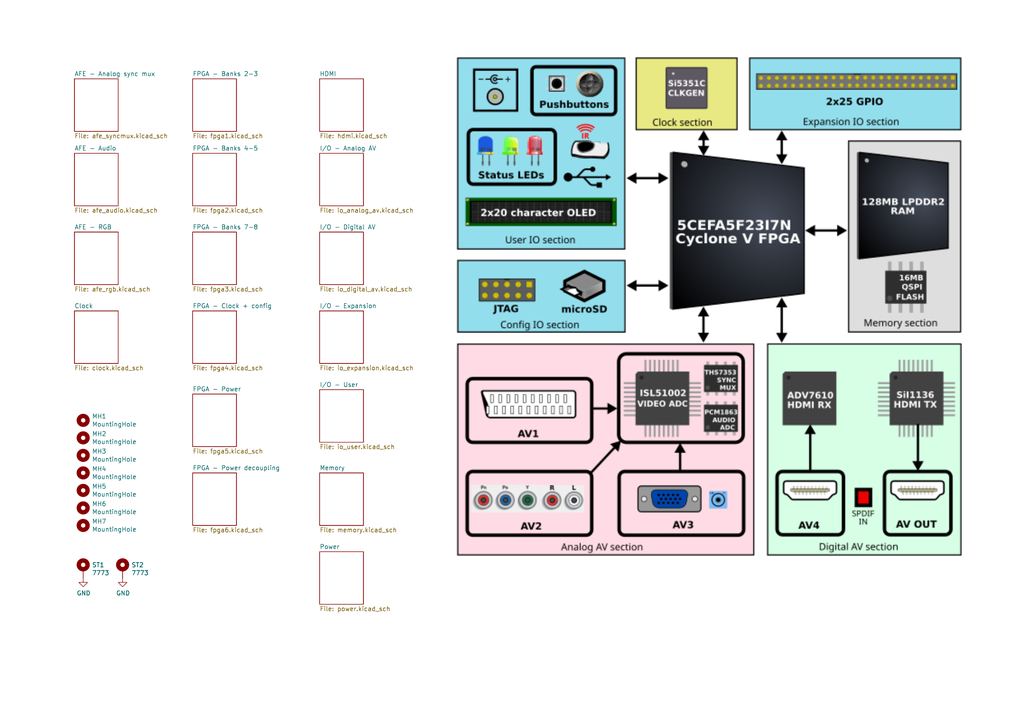
<source format=kicad_sch>
(kicad_sch (version 20230121) (generator eeschema)
  (paper "A4")
  (title_block (title "OSSC Pro") (date "2023-08-17") (rev "1.5"))
  (lib_symbols
    (symbol "Mechanical:MountingHole" (pin_names (offset 1.016))
      (property "Reference" "H" (at 0 5.08 0))
      (property "Value" "MountingHole" (at 0 3.175 0))
      (symbol "MountingHole_0_1"
        (circle (center 0 0) (radius 1.27) (stroke (width 1.27)))
      )
    )
    (symbol "Mechanical:MountingHole_Pad" (pin_numbers hide) (pin_names (offset 1.016) hide)
      (property "Reference" "H" (at 0 6.35 0))
      (property "Value" "MountingHole_Pad" (at 0 4.445 0))
      (symbol "MountingHole_Pad_0_1"
        (circle (center 0 1.27) (radius 1.27) (stroke (width 1.27)))
      )
      (symbol "MountingHole_Pad_1_1"
        (pin input line (at 0 -2.54 90) (length 2.54) (name "1") (number "1"))
      )
    )
    (symbol "power:GND" (power) (pin_names (offset 0))
      (property "Value" "GND" (at 0 -3.81 0))
      (symbol "GND_0_1"
        (polyline (pts (xy 0 0) (xy 0 -1.27) (xy 1.27 -1.27) (xy 0 -2.54) (xy -1.27 -1.27) (xy 0 -1.27)))
      )
      (symbol "GND_1_1"
        (pin power_in line (at 0 0 270) (length 0) hide (name "GND") (number "1"))
      )
    )
  )
  (image (at 205.74 88.9) (scale 3.09375))
  (symbol (lib_id "Mechanical:MountingHole") (at 24.13 121.92 0) (unit 1) (in_bom no)
    (property "Reference" "MH1" (at 26.67 120.7516 0) (effects (justify left)))
    (property "Value" "MountingHole" (at 26.67 123.063 0) (effects (justify left)))
    (property "Footprint" "MountingHole:MountingHole_3.2mm_M3_ISO14580" (effects hide))
  )
  (symbol (lib_id "Mechanical:MountingHole") (at 24.13 127 0) (unit 1) (in_bom no)
    (property "Reference" "MH2" (at 26.67 125.8316 0) (effects (justify left)))
    (property "Value" "MountingHole" (at 26.67 128.143 0) (effects (justify left)))
    (property "Footprint" "MountingHole:MountingHole_3.2mm_M3_ISO14580" (effects hide))
  )
  (symbol (lib_id "Mechanical:MountingHole") (at 24.13 132.08 0) (unit 1) (in_bom no)
    (property "Reference" "MH3" (at 26.67 130.9116 0) (effects (justify left)))
    (property "Value" "MountingHole" (at 26.67 133.223 0) (effects (justify left)))
    (property "Footprint" "MountingHole:MountingHole_3.2mm_M3_ISO14580" (effects hide))
  )
  (symbol (lib_id "Mechanical:MountingHole") (at 24.13 137.16 0) (unit 1) (in_bom no)
    (property "Reference" "MH4" (at 26.67 135.9916 0) (effects (justify left)))
    (property "Value" "MountingHole" (at 26.67 138.303 0) (effects (justify left)))
    (property "Footprint" "MountingHole:MountingHole_3.2mm_M3_ISO14580" (effects hide))
  )
  (symbol (lib_id "Mechanical:MountingHole_Pad") (at 24.13 165.1 0) (unit 1)
    (property "Reference" "ST1" (at 26.67 163.8554 0) (effects (justify left)))
    (property "Value" "7773" (at 26.67 166.1668 0) (effects (justify left)))
    (property "Footprint" "custom_components:7773" (effects hide))
  )
  (symbol (lib_id "Mechanical:MountingHole_Pad") (at 35.56 165.1 0) (unit 1)
    (property "Reference" "ST2" (at 38.1 163.8554 0) (effects (justify left)))
    (property "Value" "7773" (at 38.1 166.1668 0) (effects (justify left)))
    (property "Footprint" "custom_components:7773" (effects hide))
  )
  (symbol (lib_id "Mechanical:MountingHole") (at 24.13 142.24 0) (unit 1) (in_bom no)
    (property "Reference" "MH5" (at 26.67 141.0716 0) (effects (justify left)))
    (property "Value" "MountingHole" (at 26.67 143.383 0) (effects (justify left)))
    (property "Footprint" "MountingHole:MountingHole_3.2mm_M3_ISO14580" (effects hide))
  )
  (symbol (lib_id "power:GND") (at 24.13 167.64 0) (unit 1)
    (property "Reference" "#PWR0757" (effects hide))
    (property "Value" "GND" (at 24.257 172.0342 0))
  )
  (symbol (lib_id "Mechanical:MountingHole") (at 24.13 147.32 0) (unit 1) (in_bom no)
    (property "Reference" "MH6" (at 26.67 146.1516 0) (effects (justify left)))
    (property "Value" "MountingHole" (at 26.67 148.463 0) (effects (justify left)))
    (property "Footprint" "MountingHole:MountingHole_3.2mm_M3_ISO14580" (effects hide))
  )
  (symbol (lib_id "Mechanical:MountingHole") (at 24.13 152.4 0) (unit 1) (in_bom no)
    (property "Reference" "MH7" (at 26.67 151.2316 0) (effects (justify left)))
    (property "Value" "MountingHole" (at 26.67 153.543 0) (effects (justify left)))
    (property "Footprint" "MountingHole:MountingHole_3.2mm_M3_ISO14580" (effects hide))
  )
  (symbol (lib_id "power:GND") (at 35.56 167.64 0) (unit 1)
    (property "Reference" "#PWR0758" (effects hide))
    (property "Value" "GND" (at 35.687 172.0342 0))
  )
  (sheet (at 21.59 22.86) (size 12.7 15.24)
    (property "Sheetname" "AFE - Analog sync mux" (at 21.59 22.1484 0) (effects (justify left bottom)))
    (property "Sheetfile" "afe_syncmux.kicad_sch" (at 21.59 38.6846 0) (effects (justify left top)))
  )
  (sheet (at 21.59 44.45) (size 12.7 15.24)
    (property "Sheetname" "AFE - Audio" (at 21.59 43.7384 0) (effects (justify left bottom)))
    (property "Sheetfile" "afe_audio.kicad_sch" (at 21.59 60.2746 0) (effects (justify left top)))
  )
  (sheet (at 21.59 67.31) (size 12.7 15.24)
    (property "Sheetname" "AFE - RGB" (at 21.59 66.5984 0) (effects (justify left bottom)))
    (property "Sheetfile" "afe_rgb.kicad_sch" (at 21.59 83.1346 0) (effects (justify left top)))
  )
  (sheet (at 92.71 90.17) (size 12.7 15.24)
    (property "Sheetname" "I/O - Expansion" (at 92.71 89.4584 0) (effects (justify left bottom)))
    (property "Sheetfile" "io_expansion.kicad_sch" (at 92.71 105.9946 0) (effects (justify left top)))
  )
  (sheet (at 21.59 90.17) (size 12.7 15.24)
    (property "Sheetname" "Clock" (at 21.59 89.4584 0) (effects (justify left bottom)))
    (property "Sheetfile" "clock.kicad_sch" (at 21.59 105.9946 0) (effects (justify left top)))
  )
  (sheet (at 55.88 22.86) (size 12.7 15.24)
    (property "Sheetname" "FPGA - Banks 2-3" (at 55.88 22.1484 0) (effects (justify left bottom)))
    (property "Sheetfile" "fpga1.kicad_sch" (at 55.88 38.6846 0) (effects (justify left top)))
  )
  (sheet (at 92.71 113.03) (size 12.7 15.24)
    (property "Sheetname" "I/O - User" (at 92.71 112.3184 0) (effects (justify left bottom)))
    (property "Sheetfile" "io_user.kicad_sch" (at 92.71 128.8546 0) (effects (justify left top)))
  )
  (sheet (at 92.71 22.86) (size 12.7 15.24)
    (property "Sheetname" "HDMI" (at 92.71 22.1484 0) (effects (justify left bottom)))
    (property "Sheetfile" "hdmi.kicad_sch" (at 92.71 38.6846 0) (effects (justify left top)))
  )
  (sheet (at 92.71 137.16) (size 12.7 15.24)
    (property "Sheetname" "Memory" (at 92.71 136.4484 0) (effects (justify left bottom)))
    (property "Sheetfile" "memory.kicad_sch" (at 92.71 152.9846 0) (effects (justify left top)))
  )
  (sheet (at 92.71 160.02) (size 12.7 15.24)
    (property "Sheetname" "Power" (at 92.71 159.3084 0) (effects (justify left bottom)))
    (property "Sheetfile" "power.kicad_sch" (at 92.71 175.8446 0) (effects (justify left top)))
  )
  (sheet (at 55.88 44.45) (size 12.7 15.24)
    (property "Sheetname" "FPGA - Banks 4-5" (at 55.88 43.7384 0) (effects (justify left bottom)))
    (property "Sheetfile" "fpga2.kicad_sch" (at 55.88 60.2746 0) (effects (justify left top)))
  )
  (sheet (at 92.71 44.45) (size 12.7 15.24)
    (property "Sheetname" "I/O - Analog AV" (at 92.71 43.7384 0) (effects (justify left bottom)))
    (property "Sheetfile" "io_analog_av.kicad_sch" (at 92.71 60.2746 0) (effects (justify left top)))
  )
  (sheet (at 55.88 67.31) (size 12.7 15.24)
    (property "Sheetname" "FPGA - Banks 7-8" (at 55.88 66.5984 0) (effects (justify left bottom)))
    (property "Sheetfile" "fpga3.kicad_sch" (at 55.88 83.1346 0) (effects (justify left top)))
  )
  (sheet (at 55.88 90.17) (size 12.7 15.24)
    (property "Sheetname" "FPGA - Clock + config" (at 55.88 89.4584 0) (effects (justify left bottom)))
    (property "Sheetfile" "fpga4.kicad_sch" (at 55.88 105.9946 0) (effects (justify left top)))
  )
  (sheet (at 55.88 114.3) (size 12.7 15.24)
    (property "Sheetname" "FPGA - Power" (at 55.88 113.5884 0) (effects (justify left bottom)))
    (property "Sheetfile" "fpga5.kicad_sch" (at 55.88 130.1246 0) (effects (justify left top)))
  )
  (sheet (at 55.88 137.16) (size 12.7 15.24)
    (property "Sheetname" "FPGA - Power decoupling" (at 55.88 136.4484 0) (effects (justify left bottom)))
    (property "Sheetfile" "fpga6.kicad_sch" (at 55.88 152.9846 0) (effects (justify left top)))
  )
  (sheet (at 92.71 67.31) (size 12.7 15.24)
    (property "Sheetname" "I/O - Digital AV" (at 92.71 66.5984 0) (effects (justify left bottom)))
    (property "Sheetfile" "io_digital_av.kicad_sch" (at 92.71 83.1346 0) (effects (justify left top)))
  )
)
</source>
